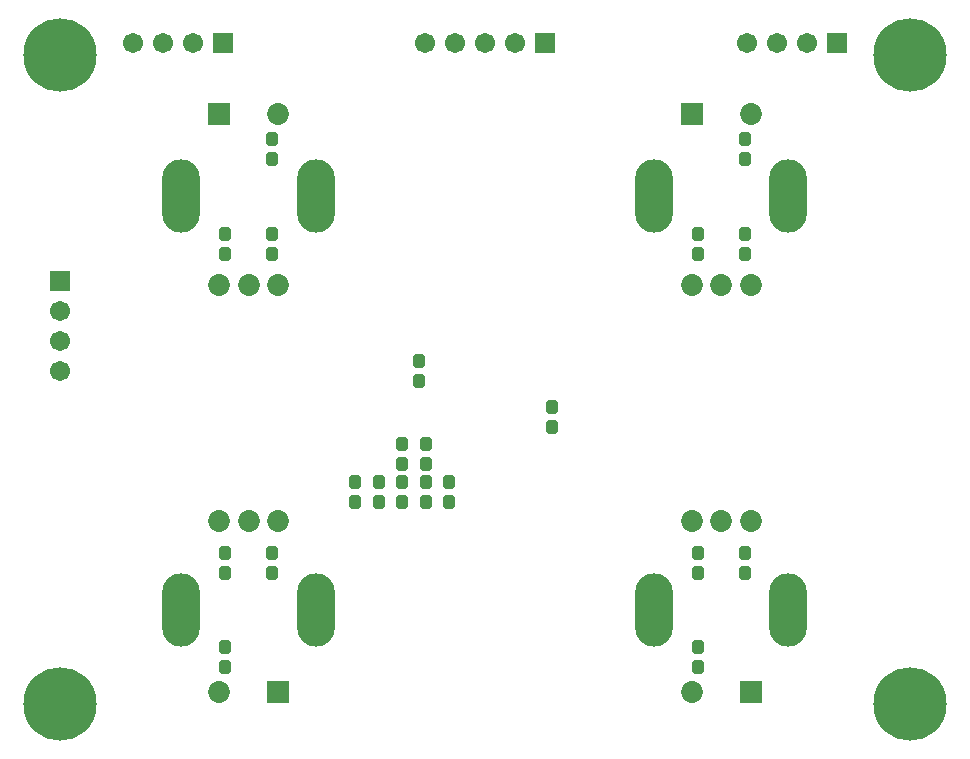
<source format=gbs>
G04*
G04 #@! TF.GenerationSoftware,Altium Limited,Altium Designer,23.4.1 (23)*
G04*
G04 Layer_Color=16711935*
%FSLAX44Y44*%
%MOMM*%
G71*
G04*
G04 #@! TF.SameCoordinates,68BC9408-1245-4EE3-B557-EFF58EF5A4C6*
G04*
G04*
G04 #@! TF.FilePolarity,Negative*
G04*
G01*
G75*
G04:AMPARAMS|DCode=44|XSize=1.1032mm|YSize=1.0032mm|CornerRadius=0.1616mm|HoleSize=0mm|Usage=FLASHONLY|Rotation=270.000|XOffset=0mm|YOffset=0mm|HoleType=Round|Shape=RoundedRectangle|*
%AMROUNDEDRECTD44*
21,1,1.1032,0.6800,0,0,270.0*
21,1,0.7800,1.0032,0,0,270.0*
1,1,0.3232,-0.3400,-0.3900*
1,1,0.3232,-0.3400,0.3900*
1,1,0.3232,0.3400,0.3900*
1,1,0.3232,0.3400,-0.3900*
%
%ADD44ROUNDEDRECTD44*%
%ADD58C,1.7032*%
%ADD59R,1.7032X1.7032*%
%ADD60R,1.8532X1.8532*%
%ADD61C,1.8532*%
%ADD62O,3.2032X6.2032*%
%ADD63R,1.7032X1.7032*%
%ADD64C,6.2032*%
D44*
X80000Y58500D02*
D03*
Y41500D02*
D03*
Y121500D02*
D03*
Y138500D02*
D03*
X120000Y121500D02*
D03*
Y138500D02*
D03*
X480000Y408500D02*
D03*
Y391500D02*
D03*
X520000Y408500D02*
D03*
Y391500D02*
D03*
Y471500D02*
D03*
Y488500D02*
D03*
X480000Y58500D02*
D03*
Y41500D02*
D03*
X520000Y121500D02*
D03*
Y138500D02*
D03*
X480000Y121500D02*
D03*
Y138500D02*
D03*
X357000Y244500D02*
D03*
Y261500D02*
D03*
X190000Y198500D02*
D03*
Y181500D02*
D03*
X210000Y198500D02*
D03*
Y181500D02*
D03*
X230000Y198500D02*
D03*
Y181500D02*
D03*
X250000Y198500D02*
D03*
Y181500D02*
D03*
X270000Y181500D02*
D03*
Y198500D02*
D03*
X80000Y408500D02*
D03*
Y391500D02*
D03*
X120000Y408500D02*
D03*
Y391500D02*
D03*
Y471500D02*
D03*
Y488500D02*
D03*
X244000Y300500D02*
D03*
Y283500D02*
D03*
X250000Y213500D02*
D03*
Y230500D02*
D03*
X230000Y213500D02*
D03*
Y230500D02*
D03*
D58*
X52700Y570000D02*
D03*
X27300Y570000D02*
D03*
X1900D02*
D03*
X274600Y570000D02*
D03*
X300000D02*
D03*
X325399Y570000D02*
D03*
X249200Y570000D02*
D03*
X572700Y570000D02*
D03*
X547300Y570000D02*
D03*
X521900D02*
D03*
X-60000Y342700D02*
D03*
X-60000Y317300D02*
D03*
Y291900D02*
D03*
D59*
X78100Y570000D02*
D03*
X350799Y570000D02*
D03*
X598100Y570000D02*
D03*
D60*
X75000Y510000D02*
D03*
X475000D02*
D03*
X525000Y20000D02*
D03*
X125000D02*
D03*
D61*
Y510000D02*
D03*
X75000Y365000D02*
D03*
X100000D02*
D03*
X125000D02*
D03*
X525000Y510000D02*
D03*
X475000Y365000D02*
D03*
X500000D02*
D03*
X525000D02*
D03*
X475000Y20000D02*
D03*
X525000Y165000D02*
D03*
X500000D02*
D03*
X475000D02*
D03*
X75000Y20000D02*
D03*
X125000Y165000D02*
D03*
X100000D02*
D03*
X75000D02*
D03*
D62*
X43000Y440000D02*
D03*
X157000D02*
D03*
X443000D02*
D03*
X557000D02*
D03*
Y90000D02*
D03*
X443000D02*
D03*
X157000D02*
D03*
X43000D02*
D03*
D63*
X-60000Y368100D02*
D03*
D64*
X-60000Y10000D02*
D03*
X660000D02*
D03*
Y560000D02*
D03*
X-60001Y560000D02*
D03*
M02*

</source>
